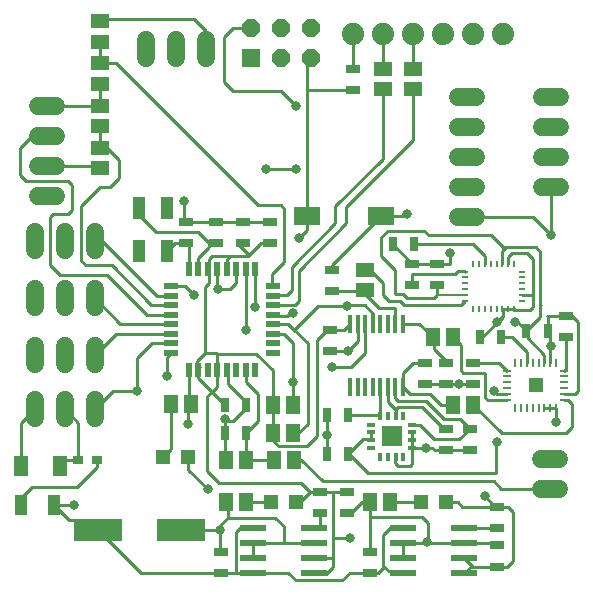
<source format=gtl>
G75*
G70*
%OFA0B0*%
%FSLAX24Y24*%
%IPPOS*%
%LPD*%
%AMOC8*
5,1,8,0,0,1.08239X$1,22.5*
%
%ADD10R,0.0866X0.0236*%
%ADD11R,0.0472X0.0315*%
%ADD12R,0.0472X0.0472*%
%ADD13R,0.0512X0.0591*%
%ADD14R,0.0220X0.0500*%
%ADD15R,0.0500X0.0220*%
%ADD16R,0.0906X0.0630*%
%ADD17R,0.0433X0.0748*%
%ADD18R,0.0315X0.0472*%
%ADD19C,0.0740*%
%ADD20R,0.0600X0.0600*%
%ADD21OC8,0.0600*%
%ADD22R,0.0689X0.0689*%
%ADD23R,0.0256X0.0146*%
%ADD24R,0.0146X0.0256*%
%ADD25R,0.0098X0.0236*%
%ADD26R,0.0236X0.0098*%
%ADD27R,0.0591X0.0512*%
%ADD28R,0.0315X0.0098*%
%ADD29R,0.0098X0.0315*%
%ADD30C,0.0600*%
%ADD31C,0.0594*%
%ADD32R,0.0177X0.0591*%
%ADD33R,0.0472X0.0709*%
%ADD34R,0.0335X0.0276*%
%ADD35R,0.0394X0.0709*%
%ADD36R,0.1634X0.0748*%
%ADD37C,0.0100*%
%ADD38C,0.0320*%
%ADD39C,0.0080*%
D10*
X010154Y001087D03*
X010154Y001587D03*
X010154Y002087D03*
X010154Y002587D03*
X012201Y002587D03*
X012201Y002087D03*
X012201Y001587D03*
X012201Y001087D03*
X015154Y001087D03*
X015154Y001587D03*
X015154Y002087D03*
X015154Y002587D03*
X017201Y002587D03*
X017201Y002087D03*
X017201Y001587D03*
X017201Y001087D03*
D11*
X018283Y001292D03*
X018283Y002001D03*
X018278Y002582D03*
X018278Y003291D03*
X017383Y005178D03*
X017383Y005887D03*
X016588Y005886D03*
X016588Y005177D03*
X016578Y007382D03*
X015878Y007382D03*
X015878Y008091D03*
X016578Y008091D03*
X017478Y008091D03*
X017478Y007382D03*
X020583Y008935D03*
X020583Y009644D03*
X016272Y010680D03*
X016272Y011389D03*
X015466Y011389D03*
X015466Y010680D03*
X012778Y010482D03*
X012778Y011191D03*
X012722Y009191D03*
X012722Y008482D03*
X010723Y012077D03*
X010723Y012786D03*
X009823Y012786D03*
X009823Y012077D03*
X008923Y012077D03*
X008923Y012786D03*
X007923Y012786D03*
X007923Y012077D03*
X013478Y017182D03*
X013478Y017891D03*
X013278Y003791D03*
X013278Y003082D03*
X012378Y003082D03*
X012378Y003791D03*
X014038Y001791D03*
X014038Y001082D03*
X009078Y001082D03*
X009078Y001791D03*
D12*
X010764Y003437D03*
X011591Y003437D03*
X007996Y004952D03*
X007169Y004952D03*
X015764Y003437D03*
X016591Y003437D03*
X019578Y007337D03*
D13*
X017499Y006682D03*
X016830Y006682D03*
X016812Y008937D03*
X016143Y008937D03*
X011487Y006679D03*
X010818Y006679D03*
X010830Y005732D03*
X011499Y005732D03*
X011512Y004852D03*
X010843Y004852D03*
X009912Y004847D03*
X009243Y004847D03*
X009238Y003432D03*
X009907Y003432D03*
X008097Y006702D03*
X007428Y006702D03*
X014068Y003443D03*
X014737Y003443D03*
D14*
X010225Y007842D03*
X009910Y007842D03*
X009595Y007842D03*
X009280Y007842D03*
X008965Y007842D03*
X008650Y007842D03*
X008335Y007842D03*
X008020Y007842D03*
X008020Y011222D03*
X008335Y011222D03*
X008650Y011222D03*
X008965Y011222D03*
X009280Y011222D03*
X009595Y011222D03*
X009910Y011222D03*
X010225Y011222D03*
D15*
X010813Y010634D03*
X010813Y010319D03*
X010813Y010004D03*
X010813Y009689D03*
X010813Y009374D03*
X010813Y009059D03*
X010813Y008744D03*
X010813Y008429D03*
X007433Y008429D03*
X007433Y008744D03*
X007433Y009059D03*
X007433Y009374D03*
X007433Y009689D03*
X007433Y010004D03*
X007433Y010319D03*
X007433Y010634D03*
D16*
X011948Y012992D03*
X014428Y012992D03*
D17*
X007275Y013260D03*
X006370Y013260D03*
X006370Y011803D03*
X007275Y011803D03*
D18*
X009208Y006692D03*
X009917Y006692D03*
X009917Y005737D03*
X009208Y005737D03*
X012623Y006337D03*
X013332Y006337D03*
X013332Y005037D03*
X012623Y005037D03*
X017723Y008937D03*
X018432Y008937D03*
X019266Y009162D03*
X019975Y009162D03*
X015532Y012037D03*
X014823Y012037D03*
D19*
X014478Y019037D03*
X013478Y019037D03*
X015478Y019037D03*
X016478Y019037D03*
X017478Y019037D03*
X018478Y019037D03*
D20*
X010078Y018237D03*
D21*
X010078Y019237D03*
X011078Y019237D03*
X012078Y019237D03*
X012078Y018237D03*
X011078Y018237D03*
D22*
X014778Y005637D03*
D23*
X015467Y005765D03*
X015467Y006021D03*
X015467Y005509D03*
X015467Y005253D03*
X014089Y005253D03*
X014089Y005509D03*
X014089Y005765D03*
X014089Y006021D03*
D24*
X014394Y006326D03*
X014650Y006326D03*
X014906Y006326D03*
X015162Y006326D03*
X015162Y004948D03*
X014906Y004948D03*
X014650Y004948D03*
X014394Y004948D03*
D25*
X017486Y009879D03*
X017682Y009879D03*
X017879Y009879D03*
X018076Y009879D03*
X018273Y009879D03*
X018470Y009879D03*
X018667Y009879D03*
X018864Y009879D03*
X018864Y011395D03*
X018667Y011395D03*
X018470Y011395D03*
X018273Y011395D03*
X018076Y011395D03*
X017879Y011395D03*
X017682Y011395D03*
X017486Y011395D03*
D26*
X017220Y011129D03*
X017220Y010932D03*
X017220Y010735D03*
X017220Y010538D03*
X017220Y010341D03*
X017220Y010145D03*
X019129Y010145D03*
X019129Y010341D03*
X019129Y010538D03*
X019129Y010735D03*
X019129Y010932D03*
X019129Y011129D03*
D27*
X013878Y011171D03*
X013878Y010502D03*
X014478Y017202D03*
X014478Y017871D03*
X015478Y017871D03*
X015478Y017202D03*
X005038Y017396D03*
X005038Y018065D03*
X005038Y018796D03*
X005038Y019465D03*
X005038Y016645D03*
X005038Y015976D03*
X005038Y015245D03*
X005038Y014576D03*
D28*
X018620Y007829D03*
X018620Y007632D03*
X018620Y007435D03*
X018620Y007238D03*
X018620Y007041D03*
X018620Y006845D03*
X020529Y006845D03*
X020529Y007041D03*
X020529Y007238D03*
X020529Y007435D03*
X020529Y007632D03*
X020529Y007829D03*
D29*
X020264Y008095D03*
X020067Y008095D03*
X019870Y008095D03*
X019673Y008095D03*
X019476Y008095D03*
X019279Y008095D03*
X019082Y008095D03*
X018886Y008095D03*
X018886Y006579D03*
X019082Y006579D03*
X019279Y006579D03*
X019476Y006579D03*
X019673Y006579D03*
X019870Y006579D03*
X020067Y006579D03*
X020264Y006579D03*
D30*
X020348Y004887D02*
X019748Y004887D01*
X019748Y003887D02*
X020348Y003887D01*
X017578Y012937D02*
X016978Y012937D01*
X016978Y013937D02*
X017578Y013937D01*
X017578Y014937D02*
X016978Y014937D01*
X016978Y015937D02*
X017578Y015937D01*
X017578Y016937D02*
X016978Y016937D01*
X019778Y016937D02*
X020378Y016937D01*
X020378Y015937D02*
X019778Y015937D01*
X019778Y014937D02*
X020378Y014937D01*
X020378Y013937D02*
X019778Y013937D01*
X004878Y012437D02*
X004878Y011837D01*
X003878Y011837D02*
X003878Y012437D01*
X002878Y012437D02*
X002878Y011837D01*
X002878Y010537D02*
X002878Y009937D01*
X003878Y009937D02*
X003878Y010537D01*
X004878Y010537D02*
X004878Y009937D01*
X004878Y008637D02*
X004878Y008037D01*
X003878Y008037D02*
X003878Y008637D01*
X002878Y008637D02*
X002878Y008037D01*
X002878Y006837D02*
X002878Y006237D01*
X003878Y006237D02*
X003878Y006837D01*
X004878Y006837D02*
X004878Y006237D01*
X003598Y013637D02*
X002998Y013637D01*
X002998Y014637D02*
X003598Y014637D01*
X003598Y015637D02*
X002998Y015637D01*
X002998Y016637D02*
X003598Y016637D01*
D31*
X006578Y018240D02*
X006578Y018834D01*
X007578Y018834D02*
X007578Y018240D01*
X008578Y018240D02*
X008578Y018834D01*
D32*
X013403Y009396D03*
X013653Y009396D03*
X013903Y009396D03*
X014153Y009396D03*
X014403Y009396D03*
X014653Y009396D03*
X014903Y009396D03*
X015153Y009396D03*
X015153Y007278D03*
X014903Y007278D03*
X014653Y007278D03*
X014403Y007278D03*
X014153Y007278D03*
X013903Y007278D03*
X013653Y007278D03*
X013403Y007278D03*
D33*
X003727Y004637D03*
X002428Y004637D03*
D34*
X004323Y004837D03*
X004953Y004837D03*
D35*
X003529Y003337D03*
X002427Y003337D03*
D36*
X004990Y002517D03*
X007746Y002517D03*
D37*
X002327Y003437D02*
X002278Y003437D01*
X002778Y003937D01*
X004278Y003937D01*
X004953Y004612D01*
X004953Y004837D01*
X004323Y004837D02*
X003878Y004837D01*
X003878Y004787D01*
X003727Y004637D01*
X003878Y004837D02*
X003778Y004937D01*
X004323Y004837D02*
X004323Y006091D01*
X003878Y006537D01*
X002878Y006537D02*
X002428Y006087D01*
X002428Y004637D01*
X002327Y003437D02*
X002427Y003337D01*
X003529Y003337D02*
X004178Y003337D01*
X004029Y002837D02*
X004670Y002837D01*
X004990Y002517D01*
X006424Y001082D01*
X009078Y001082D01*
X009578Y001082D01*
X009578Y002437D01*
X009728Y002587D01*
X010154Y002587D01*
X010154Y002087D02*
X011178Y002087D01*
X011178Y002637D01*
X010893Y002922D01*
X009323Y002922D01*
X009323Y003347D01*
X009238Y003432D01*
X009238Y003431D01*
X009323Y002922D02*
X009065Y002664D01*
X009065Y002502D01*
X009065Y001804D01*
X009078Y001791D01*
X009065Y002502D02*
X009050Y002517D01*
X009034Y002517D01*
X009040Y002511D01*
X009046Y002511D01*
X009034Y002517D02*
X007746Y002517D01*
X008653Y003872D02*
X007996Y004528D01*
X007996Y004952D01*
X007428Y005210D02*
X007169Y004952D01*
X007428Y005210D02*
X007428Y006702D01*
X007978Y006582D02*
X007978Y006037D01*
X007978Y006582D02*
X008097Y006702D01*
X008020Y006779D01*
X008020Y007842D01*
X008335Y007842D02*
X008335Y007565D01*
X008775Y007125D01*
X008617Y006967D01*
X008617Y004488D01*
X009024Y004081D01*
X011739Y004081D01*
X012043Y003777D01*
X011711Y003445D01*
X011591Y003445D01*
X011591Y003437D01*
X012043Y003777D02*
X012363Y003777D01*
X012378Y003791D01*
X012822Y003791D01*
X012823Y003792D01*
X012823Y003791D01*
X013278Y003791D01*
X012823Y003792D02*
X012823Y002237D01*
X013378Y002237D01*
X012823Y002237D02*
X012823Y001587D01*
X012823Y001282D01*
X012578Y001037D01*
X012251Y001037D01*
X012201Y001087D01*
X012201Y001587D02*
X012823Y001587D01*
X013373Y001082D02*
X013128Y000837D01*
X011578Y000837D01*
X011328Y001087D01*
X010154Y001087D01*
X009543Y001087D01*
X009578Y001082D02*
X010150Y001082D01*
X010154Y001087D01*
X010154Y001587D02*
X010154Y002087D01*
X011178Y002087D02*
X012201Y002087D01*
X012206Y002582D02*
X012201Y002587D01*
X012206Y002582D02*
X012428Y002582D01*
X012378Y002632D01*
X012378Y003082D01*
X013278Y003082D02*
X013423Y003082D01*
X013778Y003437D01*
X014062Y003437D01*
X014068Y003443D01*
X014062Y003437D02*
X014038Y003412D01*
X014038Y002977D01*
X014078Y002937D01*
X015778Y002937D01*
X015978Y002737D01*
X015978Y002146D01*
X015939Y002107D01*
X015933Y002101D01*
X015933Y002087D01*
X015938Y002092D01*
X015933Y002087D02*
X015154Y002087D01*
X015154Y001587D01*
X015104Y001137D02*
X014678Y001137D01*
X014528Y001287D01*
X014323Y001082D01*
X014038Y001082D01*
X013373Y001082D01*
X014038Y001791D02*
X014038Y002977D01*
X014478Y002337D02*
X014478Y001337D01*
X014528Y001287D01*
X015104Y001137D02*
X015154Y001087D01*
X015933Y002087D02*
X017201Y002087D01*
X018197Y002087D01*
X018283Y002001D01*
X018278Y002582D02*
X018273Y002587D01*
X017201Y002587D01*
X017128Y003291D02*
X016988Y003432D01*
X016596Y003432D01*
X016591Y003437D01*
X017128Y003291D02*
X018278Y003291D01*
X018223Y003291D01*
X017878Y003637D01*
X018278Y003291D02*
X018643Y003291D01*
X018813Y003122D01*
X018813Y001467D01*
X018628Y001282D01*
X018293Y001282D01*
X018283Y001292D01*
X017496Y001292D01*
X017407Y001292D01*
X017201Y001087D01*
X017496Y001292D02*
X017201Y001587D01*
X015764Y003437D02*
X014743Y003437D01*
X014737Y003443D01*
X014728Y002587D02*
X014478Y002337D01*
X014728Y002587D02*
X015154Y002587D01*
X013978Y004429D02*
X013370Y005037D01*
X013332Y005037D01*
X013832Y005537D01*
X014061Y005537D01*
X014089Y005509D01*
X014089Y005765D01*
X014394Y006326D02*
X014383Y006337D01*
X014383Y007258D01*
X014403Y007278D01*
X014648Y007273D02*
X014653Y007278D01*
X014648Y007273D02*
X014648Y006791D01*
X014889Y006550D01*
X014906Y006550D01*
X014906Y006537D01*
X014976Y006607D01*
X015788Y006607D01*
X016508Y005886D01*
X016588Y005886D01*
X016535Y006210D02*
X015928Y006817D01*
X014997Y006817D01*
X014903Y006911D01*
X014903Y007278D01*
X015153Y007278D02*
X015379Y007052D01*
X016044Y007052D01*
X016414Y006682D01*
X016830Y006682D01*
X017060Y006210D02*
X016535Y006210D01*
X017060Y006210D02*
X017383Y005887D01*
X017379Y005887D01*
X017028Y005537D01*
X016178Y005537D01*
X015714Y006001D01*
X015714Y006021D01*
X015467Y006021D01*
X015467Y005765D02*
X015467Y005509D01*
X015467Y005253D01*
X015467Y004726D01*
X015378Y004637D01*
X014978Y004637D01*
X014878Y004737D01*
X014878Y004920D01*
X014906Y004948D01*
X015467Y005253D02*
X015994Y005253D01*
X015992Y005255D01*
X015909Y005255D01*
X015994Y005253D02*
X016135Y005253D01*
X016210Y005178D01*
X016587Y005178D01*
X016588Y005177D01*
X016589Y005178D01*
X017383Y005178D01*
X018270Y005429D02*
X018270Y004429D01*
X013978Y004429D01*
X012623Y005037D02*
X012623Y006337D01*
X012623Y005694D01*
X012620Y005691D01*
X012278Y005634D02*
X011944Y005300D01*
X011015Y005300D01*
X010829Y005486D01*
X010829Y005730D01*
X010830Y005732D01*
X010818Y005744D01*
X010818Y006679D01*
X010818Y007832D01*
X010263Y008388D01*
X008970Y008388D01*
X008961Y008397D01*
X008538Y008397D01*
X008538Y010597D01*
X008678Y010737D01*
X008678Y011194D01*
X008678Y011537D01*
X008778Y011637D01*
X009573Y011637D01*
X009578Y011632D01*
X009983Y011632D01*
X010033Y011682D01*
X009668Y012046D01*
X009668Y012077D01*
X009823Y012077D01*
X010033Y011682D02*
X010428Y012077D01*
X010723Y012077D01*
X011195Y011454D02*
X011195Y013220D01*
X011078Y013337D01*
X010312Y013337D01*
X005583Y018065D01*
X005038Y018065D01*
X005038Y018796D01*
X005066Y019437D02*
X005038Y019465D01*
X005109Y019537D01*
X008178Y019537D01*
X008578Y019137D01*
X008578Y018537D01*
X009178Y018937D02*
X009178Y017437D01*
X009478Y017137D01*
X011078Y017137D01*
X011578Y016637D01*
X011948Y017182D02*
X011948Y018237D01*
X012078Y018237D01*
X011948Y017182D02*
X011948Y012992D01*
X011948Y012507D01*
X011678Y012237D01*
X011195Y011454D02*
X010778Y011037D01*
X010778Y010669D01*
X010813Y010634D01*
X010784Y010663D01*
X010830Y010337D02*
X010813Y010319D01*
X010815Y010322D01*
X010830Y010337D02*
X011278Y010337D01*
X011460Y010519D01*
X011460Y011292D01*
X012903Y012735D01*
X012903Y013306D01*
X014478Y014881D01*
X014478Y017202D01*
X014478Y017871D02*
X014478Y019037D01*
X013478Y019037D02*
X013478Y017891D01*
X013478Y017182D02*
X011948Y017182D01*
X010078Y019237D02*
X009478Y019237D01*
X009178Y018937D01*
X005278Y015237D02*
X005678Y014837D01*
X005678Y014237D01*
X005390Y013949D01*
X005045Y013949D01*
X004419Y013323D01*
X004419Y011496D01*
X004578Y011337D01*
X005447Y011337D01*
X006762Y010022D01*
X007537Y010022D01*
X007519Y010004D01*
X007433Y010004D01*
X007433Y010319D02*
X006957Y010319D01*
X005135Y012142D01*
X004883Y012142D01*
X004878Y012137D01*
X003978Y013037D02*
X003478Y013037D01*
X003389Y012948D01*
X003389Y011352D01*
X003718Y011023D01*
X005284Y011023D01*
X006617Y009689D01*
X007433Y009689D01*
X007427Y009380D02*
X005735Y009380D01*
X004878Y010237D01*
X005600Y009059D02*
X004878Y008337D01*
X004881Y008340D01*
X005600Y009059D02*
X007433Y009059D01*
X007433Y008744D02*
X006785Y008744D01*
X006278Y008237D01*
X006278Y007137D01*
X005478Y007137D01*
X004878Y006537D01*
X007278Y007637D02*
X007278Y008274D01*
X007433Y008429D01*
X008278Y008137D02*
X008278Y008037D01*
X008378Y007937D01*
X008278Y008137D02*
X008538Y008397D01*
X008961Y008397D02*
X008961Y007846D01*
X008965Y007842D01*
X008965Y007269D01*
X008798Y007102D01*
X008775Y007125D01*
X008798Y007102D02*
X009208Y006692D01*
X009210Y006197D02*
X009261Y006146D01*
X009489Y006146D01*
X009917Y006574D01*
X009917Y006692D01*
X009917Y006774D01*
X009306Y007386D01*
X009306Y007816D01*
X009280Y007842D01*
X009910Y007842D02*
X009910Y007441D01*
X010312Y007040D01*
X010312Y006131D01*
X009917Y005737D01*
X009917Y004851D01*
X009912Y004847D01*
X010838Y004847D01*
X010843Y004852D01*
X011512Y004852D02*
X011763Y004852D01*
X012478Y004137D01*
X018178Y004137D01*
X018428Y003887D01*
X020048Y003887D01*
X018289Y005426D02*
X018278Y005437D01*
X018270Y005429D01*
X018444Y005737D02*
X017499Y006682D01*
X017903Y006920D02*
X017978Y006845D01*
X018620Y006845D01*
X018620Y007041D02*
X018273Y007041D01*
X018178Y007137D01*
X017903Y006920D02*
X017903Y007755D01*
X017160Y007755D01*
X017078Y007837D01*
X017078Y008671D01*
X016812Y008937D01*
X016178Y008902D02*
X016178Y008537D01*
X016578Y008137D01*
X016578Y008091D01*
X015878Y008091D02*
X015502Y008091D01*
X015153Y007742D01*
X015153Y007278D01*
X014906Y006537D02*
X014906Y006326D01*
X014383Y006337D02*
X013332Y006337D01*
X012278Y005634D02*
X012278Y008837D01*
X012632Y009191D01*
X012722Y009191D01*
X013198Y009191D01*
X013403Y009396D01*
X013650Y009393D02*
X013653Y009396D01*
X013650Y009393D02*
X013650Y008799D01*
X013333Y008482D01*
X013333Y008483D01*
X013335Y008485D01*
X013333Y008482D02*
X012722Y008482D01*
X012785Y007950D02*
X012786Y007949D01*
X013430Y007949D01*
X013903Y008422D01*
X013903Y009396D01*
X014153Y009396D02*
X014153Y009715D01*
X013871Y009997D01*
X013288Y009997D01*
X013278Y009987D01*
X012328Y009987D01*
X011525Y009184D01*
X011329Y009380D01*
X010818Y009380D01*
X010813Y009374D01*
X010865Y009637D02*
X010813Y009689D01*
X010865Y009637D02*
X011278Y009637D01*
X011378Y009737D01*
X011478Y009737D01*
X011562Y010021D02*
X011678Y010137D01*
X011678Y011158D01*
X013256Y012736D01*
X013256Y013275D01*
X015478Y015497D01*
X015478Y017202D01*
X015478Y017871D02*
X015478Y019037D01*
X011578Y014537D02*
X010578Y014537D01*
X010723Y012786D02*
X009823Y012786D01*
X008923Y012786D01*
X007923Y012786D01*
X007846Y012863D01*
X007846Y013479D01*
X008323Y012432D02*
X006923Y012432D01*
X006423Y012932D01*
X006423Y013207D01*
X006370Y013260D01*
X007549Y012077D02*
X007275Y011803D01*
X007549Y012077D02*
X007923Y012077D01*
X008020Y011980D01*
X008020Y011222D01*
X008328Y011229D02*
X008335Y011222D01*
X008328Y011229D02*
X008328Y011587D01*
X008677Y011936D01*
X008677Y012077D01*
X008323Y012432D01*
X008677Y012077D02*
X008923Y012077D01*
X009373Y011632D02*
X009278Y011537D01*
X009278Y011224D01*
X009280Y011222D01*
X009283Y011224D01*
X009595Y011222D02*
X009598Y011222D01*
X009598Y010757D01*
X009378Y010537D01*
X008978Y010537D01*
X008965Y010549D01*
X008965Y011222D01*
X008965Y010715D01*
X008678Y011194D02*
X008650Y011222D01*
X008673Y011244D01*
X008650Y011222D02*
X008651Y011221D01*
X009373Y011632D02*
X009578Y011632D01*
X009910Y011222D02*
X009928Y011204D01*
X009928Y009187D01*
X010228Y009937D02*
X010228Y011219D01*
X010225Y011222D01*
X010829Y010021D02*
X011562Y010021D01*
X010829Y010021D02*
X010813Y010004D01*
X011525Y009184D02*
X011975Y008734D01*
X011975Y006059D01*
X011648Y005732D01*
X011499Y005732D01*
X011487Y006679D02*
X011487Y007462D01*
X011487Y008747D01*
X011179Y009056D01*
X010816Y009056D01*
X010813Y009059D01*
X012778Y010482D02*
X013858Y010482D01*
X013878Y010502D01*
X013878Y010377D01*
X014358Y009897D01*
X014898Y009897D01*
X014898Y009401D01*
X014903Y009396D01*
X015153Y009396D02*
X015684Y009396D01*
X016143Y008937D01*
X016178Y008902D01*
X017089Y010019D02*
X015171Y010019D01*
X015053Y010137D01*
X014678Y010137D01*
X014478Y010337D01*
X014478Y010737D01*
X014043Y011171D01*
X013878Y011171D01*
X014429Y011643D02*
X014888Y011184D01*
X014888Y010381D01*
X014894Y010375D01*
X015159Y010375D01*
X015284Y010250D01*
X016185Y010250D01*
X016277Y010341D01*
X016277Y010675D01*
X016272Y010680D01*
X016574Y011033D02*
X016578Y011037D01*
X016878Y011037D01*
X016978Y011137D01*
X017212Y011137D01*
X017220Y011129D01*
X016735Y011389D02*
X016735Y011739D01*
X016728Y011747D01*
X016735Y011389D02*
X016272Y011389D01*
X015466Y011389D01*
X015466Y011389D01*
X015466Y011394D01*
X014823Y012037D01*
X014429Y012271D02*
X014429Y011643D01*
X014429Y012271D02*
X014649Y012491D01*
X015856Y012491D01*
X016010Y012337D01*
X018078Y012337D01*
X018478Y011937D01*
X018578Y011937D01*
X019578Y011937D01*
X019719Y011796D01*
X019719Y009978D01*
X019719Y009614D01*
X019266Y009162D01*
X018991Y009437D01*
X018878Y009437D01*
X018906Y009837D02*
X018864Y009879D01*
X018667Y009879D01*
X018470Y009879D01*
X018480Y009869D01*
X018480Y009628D01*
X018469Y009628D01*
X018278Y009437D01*
X018480Y009628D02*
X017789Y008937D01*
X017723Y008937D01*
X018432Y008937D02*
X018783Y008937D01*
X019279Y008440D01*
X019279Y008095D01*
X019870Y008095D02*
X019870Y008345D01*
X019278Y008937D01*
X019278Y009150D01*
X019266Y009162D01*
X019378Y009837D02*
X018906Y009837D01*
X019129Y010341D02*
X019473Y010341D01*
X019478Y010337D01*
X019478Y011537D01*
X019278Y011737D01*
X018778Y011737D01*
X018667Y011626D01*
X018667Y011395D01*
X018470Y011395D02*
X018467Y011398D01*
X018467Y011826D01*
X018578Y011937D01*
X017879Y011635D02*
X017879Y011395D01*
X017879Y011635D02*
X017478Y012037D01*
X015532Y012037D01*
X015233Y012992D02*
X014428Y012992D01*
X012778Y011342D01*
X012778Y011191D01*
X015233Y012992D02*
X015278Y013037D01*
X017278Y012937D02*
X019478Y012937D01*
X020078Y012337D01*
X020078Y013937D01*
X016574Y011033D02*
X015470Y011033D01*
X015470Y010685D01*
X015466Y010680D01*
X017089Y010019D02*
X017215Y010145D01*
X017220Y010145D01*
X017478Y008091D02*
X018358Y008091D01*
X018620Y007829D01*
X017478Y007382D02*
X016578Y007382D01*
X017023Y007382D01*
X017028Y007387D01*
X016578Y007382D02*
X015878Y007382D01*
X018444Y005737D02*
X020578Y005737D01*
X020778Y005937D01*
X020778Y006712D01*
X020648Y006842D01*
X020532Y006842D01*
X020529Y006845D01*
X020529Y007041D02*
X020882Y007041D01*
X020978Y007137D01*
X020978Y009437D01*
X020778Y009637D01*
X020590Y009637D01*
X020583Y009644D01*
X019968Y009644D01*
X019975Y009637D01*
X019975Y009162D01*
X020067Y009070D01*
X020067Y008648D01*
X020078Y008637D01*
X020067Y008648D02*
X020067Y008095D01*
X020529Y007829D02*
X020583Y007882D01*
X020583Y008935D01*
X019719Y009978D02*
X019753Y010012D01*
X019478Y009937D02*
X019378Y009837D01*
X019478Y009937D02*
X019478Y010337D01*
X019870Y006579D02*
X020067Y006579D01*
X020264Y006579D01*
X020264Y006114D01*
X020253Y006103D01*
X010764Y003437D02*
X009912Y003437D01*
X009907Y003432D01*
X009243Y004847D02*
X009208Y004881D01*
X009208Y005737D01*
X009208Y006195D01*
X009210Y006197D01*
X009207Y006196D02*
X009207Y005738D01*
X009208Y005737D01*
X007433Y009374D02*
X007427Y009380D01*
X008178Y010337D02*
X007880Y010634D01*
X007433Y010634D01*
X004120Y013179D02*
X004120Y014009D01*
X003992Y014137D01*
X002578Y014137D01*
X002378Y014337D01*
X002378Y015237D01*
X002778Y015637D01*
X003298Y015637D01*
X003298Y016637D02*
X003306Y016645D01*
X005038Y016645D01*
X005038Y017396D01*
X005038Y015976D02*
X005038Y015245D01*
X005046Y015237D01*
X005278Y015237D01*
X005038Y015245D02*
X005038Y015246D01*
X004977Y014637D02*
X005038Y014576D01*
X004977Y014637D02*
X003298Y014637D01*
X004120Y013179D02*
X003978Y013037D01*
X005049Y019454D02*
X005038Y019465D01*
X003529Y003337D02*
X004029Y002837D01*
D38*
X004178Y003337D03*
X006278Y007137D03*
X007278Y007637D03*
X007978Y006037D03*
X009210Y006197D03*
X008653Y003872D03*
X009046Y002511D03*
X012620Y005691D03*
X011487Y007462D03*
X012785Y007950D03*
X013335Y008485D03*
X013278Y009987D03*
X011478Y009737D03*
X010228Y009937D03*
X009928Y009187D03*
X008978Y010537D03*
X008178Y010337D03*
X007846Y013479D03*
X010578Y014537D03*
X011578Y014537D03*
X011578Y016637D03*
X015278Y013037D03*
X016728Y011747D03*
X018278Y009437D03*
X018878Y009437D03*
X020078Y008637D03*
X018178Y007137D03*
X017028Y007387D03*
X018278Y005437D03*
X017878Y003637D03*
X015939Y002107D03*
X013378Y002237D03*
X015909Y005255D03*
X020253Y006103D03*
X020078Y012337D03*
X011678Y012237D03*
D39*
X016277Y010341D02*
X017220Y010341D01*
M02*

</source>
